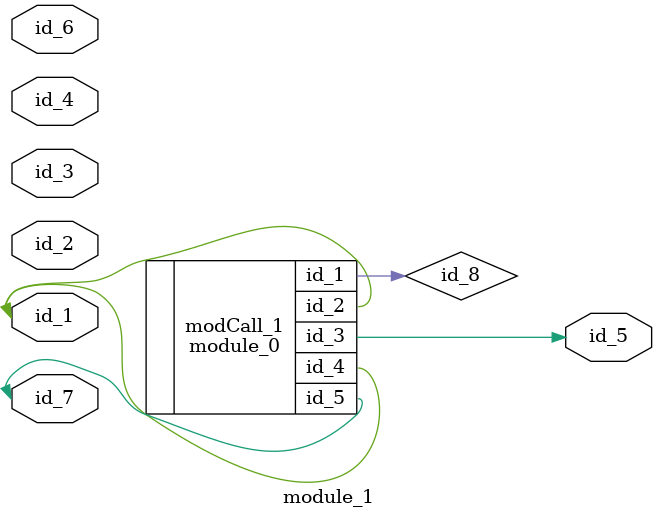
<source format=v>
module module_0 (
    id_1,
    id_2,
    id_3,
    id_4,
    id_5
);
  output wire id_5;
  inout wire id_4;
  output wire id_3;
  inout wire id_2;
  output wire id_1;
  longint id_6 (
      .id_0(),
      .id_1()
  );
endmodule
module module_1 (
    id_1,
    id_2,
    id_3,
    id_4,
    id_5,
    id_6,
    id_7
);
  inout wire id_7;
  input wire id_6;
  output wire id_5;
  inout wire id_4;
  input wire id_3;
  input wire id_2;
  inout wire id_1;
  wire id_8;
  module_0 modCall_1 (
      id_8,
      id_1,
      id_5,
      id_1,
      id_7
  );
endmodule

</source>
